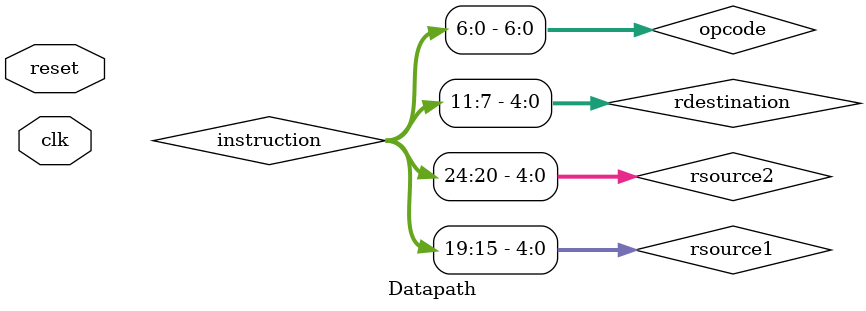
<source format=sv>
module Datapath(
    input logic clk, reset
);
    logic [31:0] Pc, ALU_out, extended_immediate, instruction, rdata1, rdata2, ALU_result, readdata, writedata;
    logic [4:0] rsource1, rsource2, rdestination;
    logic [6:0] opcode;
    logic [3:0] alu_operation;
    logic [2:0] branch_type;
    logic [1:0] wb_select;
    logic reg_write, read_enable, write_enable, branch_taken, select_A, select_B;


    assign opcode = instruction[6:0];
    assign rsource1 = instruction[19:15];
    assign rsource2 = instruction[24:20];
    assign rdestination = instruction[11:7];
    assign ALU_out = branch_taken ? ALU_result : Pc + 4;

    always_comb begin
         case (wb_select)
            2'b00: writedata = Pc + 4;
            2'b01: writedata = ALU_result;
            2'b10: writedata = readdata;
        endcase
    end

    // Instantiation
    Pc pc_0 (
        clk,
        reset,
        branch_taken ? ALU_result : ALU_out,
        Pc
        );

    Instruction_Memory inst_mem_0 (
        Pc,
        instruction
        );

    Register_File reg_file_0 (
        clk, 
        reg_write, 
        rsource1, 
        rsource2, 
        rdestination, 
        writedata, 
        rdata1, 
        rdata2
        );
        
    ALU alu_0 (
        alu_operation,
        select_A ? rdata1 : Pc, 
        select_B ? extended_immediate : rdata2, 
        ALU_result
        );

    Data_Memory data_mem_0 (
        clk, 
        write_enable, 
        read_enable, 
        ALU_result, 
        rdata2, 
        readdata
        );

    Branch_Condition branch_cond_0 (
        branch_type, 
        rdata1, 
        rdata2, 
        branch_taken
        );

    Controller controller_0 (
        instruction, 
        reg_write, 
        read_enable, 
        write_enable,   
        select_A, 
        select_B, 
        wb_select, 
        alu_operation, 
        branch_type
        );

    Immediate_Generator imd_generator_0 (
        instruction, 
        extended_immediate
        );

endmodule

</source>
